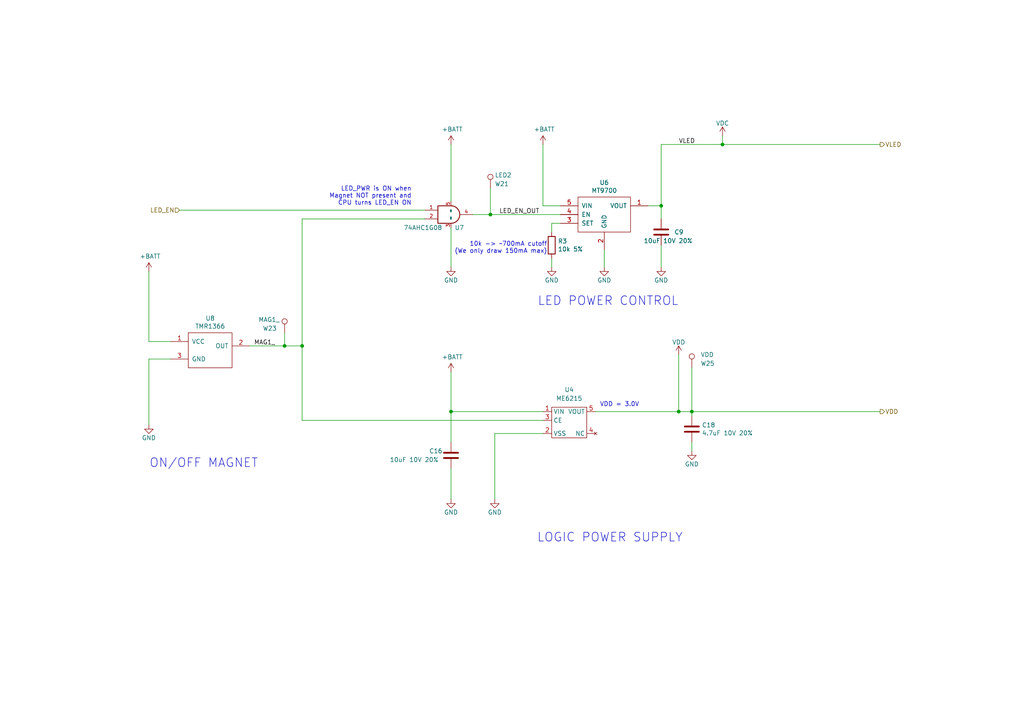
<source format=kicad_sch>
(kicad_sch (version 20211123) (generator eeschema)
  (paper "A4")
  (title_block (title "Pixels D20 Schematic, Main") (date "2022-08-26") (rev "13") (company "Systemic Games, LLC") (comment 1 "Power Regulation"))
  (lib_symbols
    (symbol "Device:C" (pin_numbers hide) (pin_names (offset 0.254))
      (property "Reference" "C" (at 0.635 2.54 0))
      (property "Value" "C" (at 0.635 -2.54 0))
      (symbol "C_0_1"
        (polyline (pts (xy -2.032 -0.762) (xy 2.032 -0.762)) (stroke (width 0.508)))
        (polyline (pts (xy -2.032 0.762) (xy 2.032 0.762)) (stroke (width 0.508)))
      )
      (symbol "C_1_1"
        (pin passive line (at 0 3.81 270) (length 2.794) (name "~") (number "1"))
        (pin passive line (at 0 -3.81 90) (length 2.794) (name "~") (number "2"))
      )
    )
    (symbol "Device:R" (pin_numbers hide) (pin_names (offset 0))
      (property "Reference" "R" (at 2.032 0 90))
      (property "Value" "R" (at 0 0 90))
      (symbol "R_0_1"
        (rectangle (start -1.016 -2.54) (end 1.016 2.54) (stroke (width 0.254)))
      )
      (symbol "R_1_1"
        (pin passive line (at 0 3.81 270) (length 1.27) (name "~") (number "1"))
        (pin passive line (at 0 -3.81 90) (length 1.27) (name "~") (number "2"))
      )
    )
    (symbol "Pixels-dice:74AHC1G08" (pin_names (offset 1.016))
      (property "Reference" "U" (at -2.54 3.81 0))
      (property "Value" "74AHC1G08" (at 0 -3.81 0))
      (symbol "74AHC1G08_0_1"
        (arc (start 0 -2.54) (mid 2.54 0) (end 0 2.54) (stroke (width 0.254)))
        (polyline (pts (xy 0 -2.54) (xy -3.81 -2.54) (xy -3.81 2.54) (xy 0 2.54)) (stroke (width 0.254)))
      )
      (symbol "74AHC1G08_1_1"
        (pin input line (at -7.62 1.27 0) (length 3.81) (name "~") (number "1"))
        (pin input line (at -7.62 -1.27 0) (length 3.81) (name "~") (number "2"))
        (pin power_in line (at 0 -3.81 90) (length 1.27) (name "GND") (number "3"))
        (pin output line (at 6.35 0 180) (length 3.81) (name "~") (number "4"))
        (pin power_in line (at 0 3.81 270) (length 1.27) (name "VCC") (number "5"))
      )
    )
    (symbol "Pixels-dice:ME6215"
      (property "Reference" "U" (at 3.175 -6.35 0))
      (property "Value" "ME6215" (at 0 5.08 0))
      (symbol "ME6215_0_1"
        (rectangle (start -5.08 3.81) (end 5.08 -5.08))
      )
      (symbol "ME6215_1_1"
        (pin power_in line (at -7.62 2.54 0) (length 2.54) (name "VIN") (number "1"))
        (pin power_in line (at -7.62 -3.81 0) (length 2.54) (name "VSS") (number "2"))
        (pin input line (at -7.62 0 0) (length 2.54) (name "CE") (number "3"))
        (pin no_connect line (at 7.62 -3.81 180) (length 2.54) (name "NC") (number "4"))
        (pin power_out line (at 7.62 2.54 180) (length 2.54) (name "VOUT") (number "5"))
      )
    )
    (symbol "Pixels-dice:MT9700" (pin_names (offset 1.016))
      (property "Reference" "U" (at 6.35 -6.35 0))
      (property "Value" "MT9700" (at 0 6.35 0))
      (symbol "MT9700_0_1"
        (rectangle (start -7.62 5.08) (end 7.62 -5.08))
      )
      (symbol "MT9700_1_1"
        (pin power_out line (at 12.7 2.54 180) (length 5.08) (name "VOUT") (number "1"))
        (pin power_in line (at 0 -10.16 90) (length 5.08) (name "GND") (number "2"))
        (pin input line (at -12.7 -2.54 0) (length 5.08) (name "SET") (number "3"))
        (pin input line (at -12.7 0 0) (length 5.08) (name "EN") (number "4"))
        (pin power_in line (at -12.7 2.54 0) (length 5.08) (name "VIN") (number "5"))
      )
    )
    (symbol "Pixels-dice:TEST_1P-conn" (pin_numbers hide) (pin_names (offset 0.762) hide)
      (property "Reference" "W" (at 0 6.858 0))
      (property "Value" "TEST_1P-conn" (at 0 5.08 0))
      (symbol "TEST_1P-conn_0_1"
        (circle (center 0 3.302) (radius 0.762))
      )
      (symbol "TEST_1P-conn_1_1"
        (pin passive line (at 0 0 90) (length 2.54) (name "1") (number "1"))
      )
    )
    (symbol "Pixels-dice:TMR1366" (pin_names (offset 1.016))
      (property "Reference" "U" (at 3.81 -6.35 0))
      (property "Value" "TMR1366" (at 0 6.35 0))
      (symbol "TMR1366_1_1"
        (rectangle (start -6.35 5.08) (end 6.35 -5.08))
        (pin power_in line (at -11.43 2.54 0) (length 5.08) (name "VCC") (number "1"))
        (pin output line (at 11.43 1.27 180) (length 5.08) (name "OUT") (number "2"))
        (pin power_in line (at -11.43 -2.54 0) (length 5.08) (name "GND") (number "3"))
      )
    )
    (symbol "power:+BATT" (power) (pin_names (offset 0))
      (property "Value" "+BATT" (at 0 3.556 0))
      (symbol "+BATT_0_1"
        (polyline (pts (xy -0.762 1.27) (xy 0 2.54)))
        (polyline (pts (xy 0 0) (xy 0 2.54)))
        (polyline (pts (xy 0 2.54) (xy 0.762 1.27)))
      )
      (symbol "+BATT_1_1"
        (pin power_in line (at 0 0 90) (length 0) hide (name "+BATT") (number "1"))
      )
    )
    (symbol "power:GND" (power) (pin_names (offset 0))
      (property "Value" "GND" (at 0 -3.81 0))
      (symbol "GND_0_1"
        (polyline (pts (xy 0 0) (xy 0 -1.27) (xy 1.27 -1.27) (xy 0 -2.54) (xy -1.27 -1.27) (xy 0 -1.27)))
      )
      (symbol "GND_1_1"
        (pin power_in line (at 0 0 270) (length 0) hide (name "GND") (number "1"))
      )
    )
    (symbol "power:VDC" (power) (pin_names (offset 0))
      (property "Value" "VDC" (at 0 6.35 0))
      (symbol "VDC_0_1"
        (polyline (pts (xy -0.762 1.27) (xy 0 2.54)))
        (polyline (pts (xy 0 0) (xy 0 2.54)))
        (polyline (pts (xy 0 2.54) (xy 0.762 1.27)))
      )
      (symbol "VDC_1_1"
        (pin power_in line (at 0 0 90) (length 0) hide (name "VDC") (number "1"))
      )
    )
    (symbol "power:VDD" (power) (pin_names (offset 0))
      (property "Value" "VDD" (at 0 3.81 0))
      (symbol "VDD_0_1"
        (polyline (pts (xy -0.762 1.27) (xy 0 2.54)))
        (polyline (pts (xy 0 0) (xy 0 2.54)))
        (polyline (pts (xy 0 2.54) (xy 0.762 1.27)))
      )
      (symbol "VDD_1_1"
        (pin power_in line (at 0 0 90) (length 0) hide (name "VDD") (number "1"))
      )
    )
  )
  (junction (at 142.24 62.23))
  (junction (at 209.55 41.91))
  (junction (at 200.66 119.38))
  (junction (at 196.85 119.38))
  (junction (at 87.63 100.33))
  (junction (at 82.55 100.33))
  (junction (at 191.77 59.69))
  (junction (at 130.81 119.38))
  (wire (pts (xy 200.66 119.38) (xy 200.66 120.65)))
  (wire (pts (xy 87.63 100.33) (xy 82.55 100.33)))
  (wire (pts (xy 43.18 78.74) (xy 43.18 99.06)))
  (wire (pts (xy 49.53 104.14) (xy 43.18 104.14)))
  (wire (pts (xy 255.27 41.91) (xy 209.55 41.91)))
  (wire (pts (xy 175.26 72.39) (xy 175.26 77.47)))
  (wire (pts (xy 200.66 106.68) (xy 200.66 119.38)))
  (wire (pts (xy 52.07 60.96) (xy 123.19 60.96)))
  (wire (pts (xy 87.63 121.92) (xy 157.48 121.92)))
  (wire (pts (xy 43.18 104.14) (xy 43.18 123.19)))
  (wire (pts (xy 157.48 125.73) (xy 143.51 125.73)))
  (wire (pts (xy 196.85 102.87) (xy 196.85 119.38)))
  (wire (pts (xy 200.66 119.38) (xy 255.27 119.38)))
  (wire (pts (xy 191.77 63.5) (xy 191.77 59.69)))
  (wire (pts (xy 209.55 41.91) (xy 191.77 41.91)))
  (wire (pts (xy 130.81 128.27) (xy 130.81 119.38)))
  (wire (pts (xy 162.56 59.69) (xy 157.48 59.69)))
  (wire (pts (xy 143.51 125.73) (xy 143.51 144.78)))
  (wire (pts (xy 87.63 63.5) (xy 87.63 100.33)))
  (wire (pts (xy 130.81 107.95) (xy 130.81 119.38)))
  (wire (pts (xy 130.81 66.04) (xy 130.81 77.47)))
  (wire (pts (xy 43.18 99.06) (xy 49.53 99.06)))
  (wire (pts (xy 130.81 41.91) (xy 130.81 58.42)))
  (wire (pts (xy 142.24 62.23) (xy 162.56 62.23)))
  (wire (pts (xy 209.55 39.37) (xy 209.55 41.91)))
  (wire (pts (xy 162.56 64.77) (xy 160.02 64.77)))
  (wire (pts (xy 160.02 74.93) (xy 160.02 77.47)))
  (wire (pts (xy 137.16 62.23) (xy 142.24 62.23)))
  (wire (pts (xy 172.72 119.38) (xy 196.85 119.38)))
  (wire (pts (xy 82.55 100.33) (xy 72.39 100.33)))
  (wire (pts (xy 160.02 64.77) (xy 160.02 67.31)))
  (wire (pts (xy 196.85 119.38) (xy 200.66 119.38)))
  (wire (pts (xy 187.96 59.69) (xy 191.77 59.69)))
  (wire (pts (xy 87.63 100.33) (xy 87.63 121.92)))
  (wire (pts (xy 157.48 41.91) (xy 157.48 59.69)))
  (wire (pts (xy 200.66 128.27) (xy 200.66 130.81)))
  (wire (pts (xy 142.24 54.61) (xy 142.24 62.23)))
  (wire (pts (xy 191.77 41.91) (xy 191.77 59.69)))
  (wire (pts (xy 82.55 96.52) (xy 82.55 100.33)))
  (wire (pts (xy 87.63 63.5) (xy 123.19 63.5)))
  (wire (pts (xy 130.81 119.38) (xy 157.48 119.38)))
  (wire (pts (xy 191.77 71.12) (xy 191.77 77.47)))
  (wire (pts (xy 130.81 135.89) (xy 130.81 144.78)))
  (text "LOGIC POWER SUPPLY" (at 198.12 157.48 180) (effects (font (size 2.54 2.54)) (justify right bottom)))
  (text "ON/OFF MAGNET" (at 74.93 135.89 180) (effects (font (size 2.54 2.54)) (justify right bottom)))
  (text "LED_PWR is ON when\nMagnet NOT present and\nCPU turns LED_EN ON" (at 119.38 59.69 0) (effects (font (size 1.27 1.27)) (justify right bottom)))
  (text "LED POWER CONTROL" (at 196.85 88.9 180) (effects (font (size 2.54 2.54)) (justify right bottom)))
  (text "VDD = 3.0V" (at 185.42 118.11 180) (effects (font (size 1.27 1.27)) (justify right bottom)))
  (text "10k -> ~700mA cutoff\n(We only draw 150mA max)" (at 158.75 73.66 180) (effects (font (size 1.27 1.27)) (justify right bottom)))
  (label "MAG1_" (at 73.66 100.33 0))
  (label "VLED" (at 196.85 41.91 0))
  (label "LED_EN_OUT" (at 144.78 62.23 0))
  (hierarchical_label "LED_EN" (shape input) (at 52.07 60.96 180))
  (hierarchical_label "VDD" (shape output) (at 255.27 119.38 0))
  (hierarchical_label "VLED" (shape output) (at 255.27 41.91 0))
  (symbol (lib_id "Pixels-dice:TEST_1P-conn") (at 142.24 54.61 0) (unit 1)
    (property "Reference" "W21" (at 143.51 53.34 0) (effects (justify left)))
    (property "Value" "LED2" (at 143.51 50.8 0) (effects (justify left)))
    (property "Footprint" "Pixels-dice:TEST_PIN" (effects hide))
    (property "Generic OK" "N/A" (effects hide))
  )
  (symbol (lib_id "power:+BATT") (at 157.48 41.91 0) (unit 1)
    (property "Reference" "#PWR033" (effects hide))
    (property "Value" "+BATT" (at 157.861 37.5158 0))
  )
  (symbol (lib_id "Device:C") (at 200.66 124.46 0) (unit 1)
    (property "Reference" "C18" (at 203.581 123.2916 0) (effects (justify left)))
    (property "Value" "4.7uF 10V 20%" (at 203.581 125.603 0) (effects (justify left)))
    (property "Footprint" "Pixels-dice:C_0402_1005Metric" (effects hide))
    (property "Generic OK" "YES" (effects hide))
    (property "Pixels Part Number" "SMD-C002" (effects hide))
    (property "Manufacturer" "Murata" (effects hide))
    (property "Manufacturer Part Number" "GRM155R61A475MEAAJ" (effects hide))
  )
  (symbol (lib_id "power:GND") (at 200.66 130.81 0) (unit 1)
    (property "Reference" "#PWR028" (effects hide))
    (property "Value" "GND" (at 200.66 134.62 0))
  )
  (symbol (lib_id "power:GND") (at 130.81 144.78 0) (unit 1)
    (property "Reference" "#PWR029" (effects hide))
    (property "Value" "GND" (at 130.81 148.59 0))
  )
  (symbol (lib_id "power:GND") (at 175.26 77.47 0) (unit 1)
    (property "Reference" "#PWR038" (effects hide))
    (property "Value" "GND" (at 175.26 81.28 0))
  )
  (symbol (lib_id "power:GND") (at 43.18 123.19 0) (unit 1)
    (property "Reference" "#PWR039" (effects hide))
    (property "Value" "GND" (at 43.18 127 0))
  )
  (symbol (lib_id "Device:C") (at 130.81 132.08 0) (unit 1)
    (property "Reference" "C16" (at 124.46 130.81 0) (effects (justify left)))
    (property "Value" "10uF 10V 20%" (at 113.03 133.35 0) (effects (justify left)))
    (property "Footprint" "Pixels-dice:C_0402_1005Metric" (effects hide))
    (property "Generic OK" "YES" (effects hide))
    (property "Pixels Part Number" "SMD-C002" (effects hide))
    (property "Manufacturer" "Murata" (effects hide))
    (property "Manufacturer Part Number" "GRM155R61A106ME11D" (effects hide))
  )
  (symbol (lib_id "power:+BATT") (at 130.81 107.95 0) (unit 1)
    (property "Reference" "#PWR025" (effects hide))
    (property "Value" "+BATT" (at 131.191 103.5558 0))
  )
  (symbol (lib_id "power:+BATT") (at 43.18 78.74 0) (unit 1)
    (property "Reference" "#PWR036" (effects hide))
    (property "Value" "+BATT" (at 43.561 74.3458 0))
  )
  (symbol (lib_id "Pixels-dice:TEST_1P-conn") (at 82.55 96.52 0) (unit 1)
    (property "Reference" "W23" (at 76.2 95.25 0) (effects (justify left)))
    (property "Value" "MAG1_" (at 74.93 92.71 0) (effects (justify left)))
    (property "Footprint" "Pixels-dice:TEST_PIN" (effects hide))
    (property "Generic OK" "N/A" (effects hide))
  )
  (symbol (lib_id "Pixels-dice:74AHC1G08") (at 130.81 62.23 0) (unit 1)
    (property "Reference" "U7" (at 134.62 66.04 0) (effects (justify right)))
    (property "Value" "74AHC1G08" (at 128.27 66.04 0) (effects (justify right)))
    (property "Footprint" "Pixels-dice:SOT-353_SC-70-5" (effects hide))
    (property "Generic OK" "YES" (effects hide))
    (property "Manufacturer" "UMW(Youtai Semiconductor Co., Ltd.)" (effects hide))
    (property "Manufacturer Part Number" "SN74LVC1G08DCKR" (effects hide))
    (property "Pixels Part Number" "SMD-U007" (effects hide))
  )
  (symbol (lib_id "power:+BATT") (at 130.81 41.91 0) (unit 1)
    (property "Reference" "#PWR020" (effects hide))
    (property "Value" "+BATT" (at 131.191 37.5158 0))
  )
  (symbol (lib_id "power:GND") (at 130.81 77.47 0) (unit 1)
    (property "Reference" "#PWR034" (effects hide))
    (property "Value" "GND" (at 130.81 81.28 0))
  )
  (symbol (lib_id "Pixels-dice:TEST_1P-conn") (at 200.66 106.68 0) (unit 1)
    (property "Reference" "W25" (at 203.2 105.41 0) (effects (justify left)))
    (property "Value" "VDD" (at 203.2 102.87 0) (effects (justify left)))
    (property "Footprint" "Pixels-dice:TEST_PIN" (effects hide))
    (property "Generic OK" "N/A" (effects hide))
  )
  (symbol (lib_id "Pixels-dice:TMR1366") (at 60.96 101.6 0) (unit 1)
    (property "Reference" "U8" (at 60.96 92.329 0))
    (property "Value" "TMR1366" (at 60.96 94.6404 0))
    (property "Footprint" "Package_TO_SOT_SMD:SOT-23" (effects hide))
    (property "Generic OK" "NO" (effects hide))
    (property "Manufacturer" "Multi Dimension" (effects hide))
    (property "Manufacturer Part Number" "TMR1366S" (effects hide))
    (property "Pixels Part Number" "SMD-U008-ALT8" (effects hide))
  )
  (symbol (lib_id "Device:C") (at 191.77 67.31 0) (unit 1)
    (property "Reference" "C9" (at 195.58 67.31 0) (effects (justify left)))
    (property "Value" "10uF 10V 20%" (at 186.69 69.85 0) (effects (justify left)))
    (property "Footprint" "Pixels-dice:C_0402_1005Metric" (effects hide))
    (property "Generic OK" "YES" (effects hide))
    (property "Pixels Part Number" "SMD-C002" (effects hide))
    (property "Manufacturer" "Murata" (effects hide))
    (property "Manufacturer Part Number" "GRM155R61A106ME11D" (effects hide))
  )
  (symbol (lib_id "power:GND") (at 191.77 77.47 0) (unit 1)
    (property "Reference" "#PWR0142" (effects hide))
    (property "Value" "GND" (at 191.77 81.28 0))
  )
  (symbol (lib_id "Pixels-dice:MT9700") (at 175.26 62.23 0) (unit 1)
    (property "Reference" "U6" (at 175.26 52.959 0))
    (property "Value" "MT9700" (at 175.26 55.2704 0))
    (property "Footprint" "Pixels-dice:SOT-23-5" (effects hide))
    (property "Manufacturer" "XI'AN Aerosemi Tech" (effects hide))
    (property "Manufacturer Part Number" "MT9700" (effects hide))
    (property "Pixels Part Number" "SMD-U006-ALT2" (effects hide))
    (property "Generic OK" "NO" (effects hide))
  )
  (symbol (lib_id "Device:R") (at 160.02 71.12 0) (unit 1)
    (property "Reference" "R3" (at 161.798 69.9516 0) (effects (justify left)))
    (property "Value" "10k 5%" (at 161.798 72.263 0) (effects (justify left)))
    (property "Footprint" "Pixels-dice:R_0402_1005Metric" (effects hide))
    (property "Generic OK" "YES" (effects hide))
    (property "Manufacturer" "UNI-ROYAL(Uniroyal Elec)" (effects hide))
    (property "Manufacturer Part Number" "0402WGJ0103TCE" (effects hide))
    (property "Pixels Part Number" "SMD-R002" (effects hide))
  )
  (symbol (lib_id "power:GND") (at 160.02 77.47 0) (unit 1)
    (property "Reference" "#PWR0101" (effects hide))
    (property "Value" "GND" (at 160.02 81.28 0))
  )
  (symbol (lib_id "power:VDC") (at 209.55 39.37 0) (unit 1)
    (property "Reference" "#PWR026" (effects hide))
    (property "Value" "VDC" (at 209.55 35.7655 0))
  )
  (symbol (lib_id "power:GND") (at 143.51 144.78 0) (unit 1)
    (property "Reference" "#PWR031" (effects hide))
    (property "Value" "GND" (at 143.51 148.59 0))
  )
  (symbol (lib_id "Pixels-dice:ME6215") (at 165.1 121.92 0) (unit 1)
    (property "Reference" "U4" (at 165.1 113.03 0))
    (property "Value" "ME6215" (at 165.1 115.57 0))
    (property "Footprint" "Pixels-dice:SOT-23-5" (effects hide))
    (property "Generic OK" "NO" (effects hide))
    (property "Manufacturer" "MICRONE(Nanjing Micro One Elec)" (effects hide))
    (property "Manufacturer Part Number" "ME6215C30M5G" (effects hide))
  )
  (symbol (lib_id "power:VDD") (at 196.85 102.87 0) (unit 1)
    (property "Reference" "#PWR027" (effects hide))
    (property "Value" "VDD" (at 196.85 99.2655 0))
  )
)
</source>
